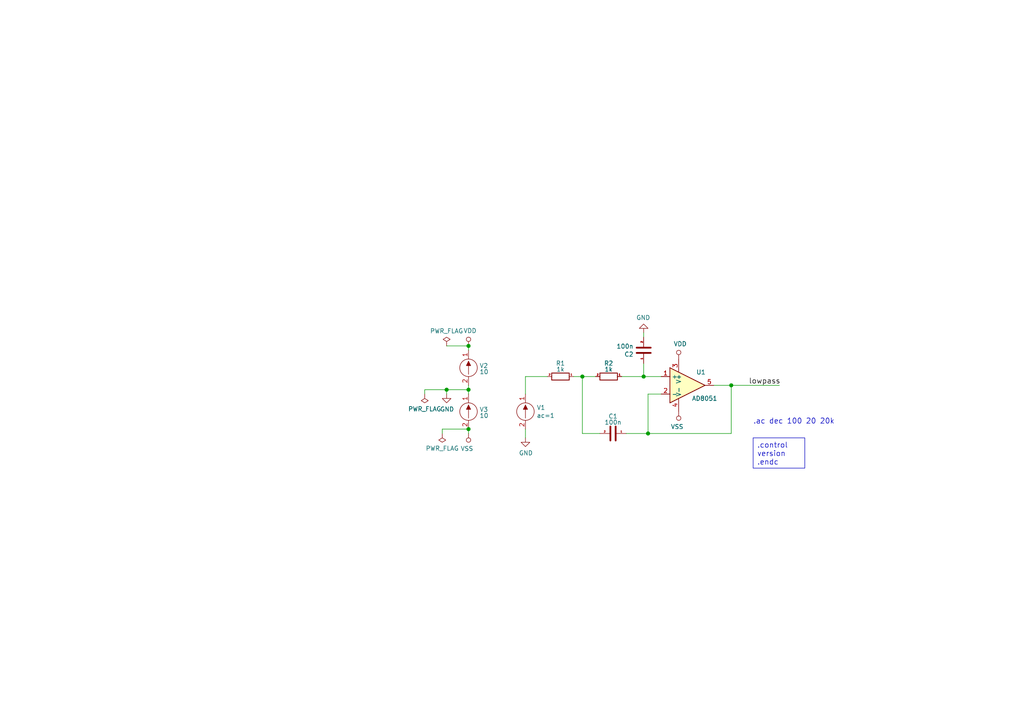
<source format=kicad_sch>
(kicad_sch (version 20231120) (generator "eeschema") (generator_version "8.0")
  (paper "A4")
  (lib_symbols
    (symbol "C_1" (pin_names (offset 0) hide)
      (property "Reference" "C" (at 0.635 2.54 0))
      (property "Value" "C_1" (at 0.635 -2.54 0))
      (symbol "C_1_0_1"
        (polyline (pts (xy -2.032 -0.762) (xy 2.032 -0.762)) (stroke (width 0.508)))
        (polyline (pts (xy -2.032 0.762) (xy 2.032 0.762)) (stroke (width 0.508)))
      )
      (symbol "C_1_1_1"
        (pin passive line (at 0 3.81 270) (length 2.794) (name "1") (number "1"))
        (pin passive line (at 0 -3.81 90) (length 2.794) (name "2") (number "2"))
      )
    )
    (symbol "R_1" (pin_names (offset 0) hide)
      (property "Reference" "R" (at 2.032 0 90))
      (property "Value" "R_1" (at 0 0 90))
      (symbol "R_1_0_1"
        (rectangle (start -1.016 -2.54) (end 1.016 2.54) (stroke (width 0.254)))
      )
      (symbol "R_1_1_1"
        (pin passive line (at 0 3.81 270) (length 1.27) (name "1") (number "1"))
        (pin passive line (at 0 -3.81 90) (length 1.27) (name "2") (number "2"))
      )
    )
    (symbol "power:PWR_FLAG" (power) (pin_numbers hide) (pin_names (offset 0) hide)
      (property "Value" "PWR_FLAG" (at 0 3.81 0))
      (symbol "PWR_FLAG_0_0"
        (pin power_out line (at 0 0 90) (length 0) (name "pwr") (number "1"))
      )
      (symbol "PWR_FLAG_0_1"
        (polyline (pts (xy 0 0) (xy 0 1.27) (xy -1.016 1.905) (xy 0 2.54) (xy 1.016 1.905) (xy 0 1.27)))
      )
    )
    (symbol "sallen_key_schlib:C" (pin_names (offset 0) hide)
      (property "Reference" "C" (at 0.635 2.54 0))
      (property "Value" "C" (at 0.635 -2.54 0))
      (symbol "C_0_1"
        (polyline (pts (xy -2.032 -0.762) (xy 2.032 -0.762)) (stroke (width 0.508)))
        (polyline (pts (xy -2.032 0.762) (xy 2.032 0.762)) (stroke (width 0.508)))
      )
      (symbol "C_1_1"
        (pin passive line (at 0 3.81 270) (length 2.794) (name "1") (number "1"))
        (pin passive line (at 0 -3.81 90) (length 2.794) (name "2") (number "2"))
      )
    )
    (symbol "sallen_key_schlib:GND" (power) (pin_names (offset 0))
      (property "Value" "GND" (at 0 -3.81 0))
      (symbol "GND_0_1"
        (polyline (pts (xy 0 0) (xy 0 -1.27) (xy 1.27 -1.27) (xy 0 -2.54) (xy -1.27 -1.27) (xy 0 -1.27)))
      )
      (symbol "GND_1_1"
        (pin power_in line (at 0 0 270) (length 0) hide (name "GND") (number "1"))
      )
    )
    (symbol "sallen_key_schlib:Generic_Opamp"
      (property "Reference" "U" (at 0 6.35 0))
      (property "Value" "Generic_Opamp" (at 0 3.81 0))
      (symbol "Generic_Opamp_0_1"
        (polyline (pts (xy -5.08 5.08) (xy 5.08 0) (xy -5.08 -5.08) (xy -5.08 5.08)) (stroke (width 0.254)) (fill (type background)))
      )
      (symbol "Generic_Opamp_1_1"
        (pin input line (at -7.62 2.54 0) (length 2.54) (name "+") (number "1"))
        (pin input line (at -7.62 -2.54 0) (length 2.54) (name "-") (number "2"))
        (pin power_in line (at -2.54 7.62 270) (length 3.81) (name "V+") (number "3"))
        (pin power_in line (at -2.54 -7.62 90) (length 3.81) (name "V-") (number "4"))
        (pin output line (at 7.62 0 180) (length 2.54) (name "~") (number "5"))
      )
    )
    (symbol "sallen_key_schlib:R" (pin_names (offset 0) hide)
      (property "Reference" "R" (at 2.032 0 90))
      (property "Value" "R" (at 0 0 90))
      (symbol "R_0_1"
        (rectangle (start -1.016 -2.54) (end 1.016 2.54) (stroke (width 0.254)))
      )
      (symbol "R_1_1"
        (pin passive line (at 0 3.81 270) (length 1.27) (name "1") (number "1"))
        (pin passive line (at 0 -3.81 90) (length 1.27) (name "2") (number "2"))
      )
    )
    (symbol "sallen_key_schlib:VDD" (power) (pin_names (offset 0))
      (property "Value" "VDD" (at 0 3.81 0))
      (symbol "VDD_0_1"
        (polyline (pts (xy 0 0) (xy 0 1.27)))
        (circle (center 0 1.905) (radius 0.635))
      )
      (symbol "VDD_1_1"
        (pin power_in line (at 0 0 90) (length 0) hide (name "VDD") (number "1"))
      )
    )
    (symbol "sallen_key_schlib:VSOURCE" (pin_names (offset 1.016))
      (property "Reference" "V" (at 5.08 5.08 0))
      (symbol "VSOURCE_0_1"
        (polyline (pts (xy 0 -1.905) (xy 0 1.905)))
        (polyline (pts (xy 0 1.905) (xy -0.635 0.635) (xy 0.635 0.635) (xy 0 1.905)) (fill (type outline)))
        (circle (center 0 0) (radius 2.54))
      )
      (symbol "VSOURCE_1_1"
        (pin input line (at 0 5.08 270) (length 2.54) (name "~") (number "1"))
        (pin input line (at 0 -5.08 90) (length 2.54) (name "~") (number "2"))
      )
    )
    (symbol "sallen_key_schlib:VSS" (power) (pin_names (offset 0))
      (property "Value" "VSS" (at 0 3.81 0))
      (symbol "VSS_0_1"
        (polyline (pts (xy 0 0) (xy 0 1.27)))
        (circle (center 0 1.905) (radius 0.635))
      )
      (symbol "VSS_1_1"
        (pin power_in line (at 0 0 90) (length 0) hide (name "VSS") (number "1"))
      )
    )
  )
  (junction (at 129.54 113.03) (diameter 1.016))
  (junction (at 135.89 100.33) (diameter 1.016))
  (junction (at 135.89 124.46) (diameter 1.016))
  (junction (at 168.91 109.22) (diameter 1.016))
  (junction (at 212.09 111.76) (diameter 1.016))
  (junction (at 135.89 113.03) (diameter 1.016))
  (junction (at 187.96 125.73) (diameter 1.016))
  (junction (at 186.69 109.22) (diameter 1.016))
  (wire (pts (xy 212.09 125.73) (xy 187.96 125.73)))
  (wire (pts (xy 168.91 109.22) (xy 172.72 109.22)))
  (wire (pts (xy 187.96 114.3) (xy 191.77 114.3)))
  (wire (pts (xy 129.54 113.03) (xy 135.89 113.03)))
  (wire (pts (xy 128.27 124.46) (xy 128.27 125.73)))
  (wire (pts (xy 186.69 109.22) (xy 191.77 109.22)))
  (wire (pts (xy 187.96 125.73) (xy 181.61 125.73)))
  (wire (pts (xy 180.34 109.22) (xy 186.69 109.22)))
  (wire (pts (xy 152.4 124.46) (xy 152.4 127)))
  (wire (pts (xy 135.89 124.46) (xy 128.27 124.46)))
  (wire (pts (xy 168.91 125.73) (xy 168.91 109.22)))
  (wire (pts (xy 212.09 125.73) (xy 212.09 111.76)))
  (wire (pts (xy 187.96 125.73) (xy 187.96 114.3)))
  (wire (pts (xy 212.09 111.76) (xy 226.06 111.76)))
  (wire (pts (xy 173.99 125.73) (xy 168.91 125.73)))
  (wire (pts (xy 166.37 109.22) (xy 168.91 109.22)))
  (wire (pts (xy 135.89 111.76) (xy 135.89 113.03)))
  (wire (pts (xy 129.54 113.03) (xy 129.54 114.3)))
  (wire (pts (xy 129.54 100.33) (xy 135.89 100.33)))
  (wire (pts (xy 186.69 105.41) (xy 186.69 109.22)))
  (wire (pts (xy 135.89 113.03) (xy 135.89 114.3)))
  (wire (pts (xy 123.19 113.03) (xy 123.19 114.3)))
  (wire (pts (xy 135.89 125.73) (xy 135.89 124.46)))
  (wire (pts (xy 123.19 113.03) (xy 129.54 113.03)))
  (wire (pts (xy 135.89 100.33) (xy 135.89 101.6)))
  (wire (pts (xy 186.69 96.52) (xy 186.69 97.79)))
  (wire (pts (xy 207.01 111.76) (xy 212.09 111.76)))
  (wire (pts (xy 158.75 109.22) (xy 152.4 109.22)))
  (wire (pts (xy 152.4 109.22) (xy 152.4 114.3)))
  (text_box ".control\nversion\n.endc" (at 218.44 127 0) (size 14.986 8.7796) (effects (font (size 1.524 1.524)) (justify left top)))
  (text ".ac dec 100 20 20k\n" (at 218.44 123.19 0) (effects (font (size 1.524 1.524)) (justify left bottom)))
  (label "lowpass" (at 217.17 111.76 0) (effects (font (size 1.524 1.524))))
  (symbol (lib_id "sallen_key_schlib:VSOURCE") (at 152.4 119.38 0) (unit 1)
    (property "Reference" "V1" (at 155.6512 118.2116 0) (effects (justify left)))
    (property "Value" "${SIM.PARAMS}" (at 155.6512 120.523 0) (effects (justify left)))
    (property "Fieldname" "Value" (effects (hide yes)))
    (property "Sim.Device" "V" (effects (hide yes)))
    (property "Sim.Params" "ac=1" (effects (hide yes)))
    (property "Sim.Pins" "1=+ 2=-" (effects (hide yes)))
    (property "Sim.Type" "DC" (effects (hide yes)))
  )
  (symbol (lib_id "sallen_key_schlib:Generic_Opamp") (at 199.39 111.76 0) (unit 1)
    (property "Reference" "U1" (at 201.93 107.95 0) (effects (justify left)))
    (property "Value" "AD8051" (at 200.66 115.57 0) (effects (justify left)))
    (property "Sim.Library" "ad8051.lib" (effects (hide yes)))
    (property "Sim.Name" "AD8051" (effects (hide yes)))
    (property "Sim.Pins" "1=1 2=2 3=99 4=50 5=45" (effects (hide yes)))
  )
  (symbol (lib_id "sallen_key_schlib:VSOURCE") (at 135.89 106.68 0) (unit 1)
    (property "Reference" "V2" (at 139.065 106.0855 0) (effects (justify left)))
    (property "Value" "10" (at 139.065 107.8477 0) (effects (justify left)))
    (property "Sim.Device" "V" (effects (hide yes)))
    (property "Sim.Type" "DC" (effects (hide yes)))
    (property "Sim.Pins" "1=+ 2=-" (effects (hide yes)))
  )
  (symbol (lib_id "sallen_key_schlib:VSOURCE") (at 135.89 119.38 0) (unit 1)
    (property "Reference" "V3" (at 139.065 118.7855 0) (effects (justify left)))
    (property "Value" "10" (at 139.065 120.5477 0) (effects (justify left)))
    (property "Sim.Device" "V" (effects (hide yes)))
    (property "Sim.Type" "DC" (effects (hide yes)))
    (property "Sim.Pins" "1=+ 2=-" (effects (hide yes)))
  )
  (symbol (lib_id "sallen_key_schlib:GND") (at 129.54 114.3 0) (unit 1)
    (property "Reference" "#PWR05" (effects (hide yes)))
    (property "Value" "GND" (at 129.667 118.6942 0))
  )
  (symbol (lib_id "sallen_key_schlib:VDD") (at 135.89 100.33 0) (unit 1)
    (property "Reference" "#PWR06" (effects (hide yes)))
    (property "Value" "VDD" (at 136.3218 95.9358 0))
  )
  (symbol (lib_id "sallen_key_schlib:VSS") (at 135.89 125.73 180) (unit 1)
    (property "Reference" "#PWR07" (effects (hide yes)))
    (property "Value" "VSS" (at 135.4328 130.1242 0))
  )
  (symbol (lib_id "sallen_key_schlib:VDD") (at 196.85 104.14 0) (unit 1)
    (property "Reference" "#PWR03" (effects (hide yes)))
    (property "Value" "VDD" (at 197.2818 99.7458 0))
  )
  (symbol (lib_id "sallen_key_schlib:VSS") (at 196.85 119.38 180) (unit 1)
    (property "Reference" "#PWR04" (effects (hide yes)))
    (property "Value" "VSS" (at 196.3928 123.7742 0))
  )
  (symbol (lib_id "sallen_key_schlib:R") (at 176.53 109.22 270) (unit 1)
    (property "Reference" "R2" (at 176.53 105.3719 90))
    (property "Value" "1k" (at 176.53 107.1341 90))
    (property "Fieldname" "Value" (effects (hide yes)))
    (property "Sim.Pins" "1=1 2=2" (effects (hide yes)))
  )
  (symbol (lib_name "R_1") (lib_id "sallen_key_schlib:R") (at 162.56 109.22 270) (unit 1)
    (property "Reference" "R1" (at 162.56 105.3719 90))
    (property "Value" "1k" (at 162.56 107.1341 90))
    (property "Fieldname" "Value" (effects (hide yes)))
    (property "Sim.Pins" "1=1 2=2" (effects (hide yes)))
  )
  (symbol (lib_name "C_1") (lib_id "sallen_key_schlib:C") (at 177.8 125.73 270) (unit 1)
    (property "Reference" "C1" (at 177.8 120.7389 90))
    (property "Value" "100n" (at 177.8 122.5011 90))
  )
  (symbol (lib_id "sallen_key_schlib:C") (at 186.69 101.6 180) (unit 1)
    (property "Reference" "C2" (at 183.769 102.7684 0) (effects (justify left)))
    (property "Value" "100n" (at 183.769 100.457 0) (effects (justify left)))
    (property "Fieldname" "Value" (effects (hide yes)))
    (property "Sim.Pins" "1=1 2=2" (effects (hide yes)))
  )
  (symbol (lib_id "sallen_key_schlib:GND") (at 186.69 96.52 180) (unit 1)
    (property "Reference" "#PWR02" (effects (hide yes)))
    (property "Value" "GND" (at 186.563 92.1258 0))
  )
  (symbol (lib_id "sallen_key_schlib:GND") (at 152.4 127 0) (unit 1)
    (property "Reference" "#PWR0101" (effects (hide yes)))
    (property "Value" "GND" (at 152.527 131.3942 0))
  )
  (symbol (lib_id "power:PWR_FLAG") (at 128.27 125.73 180) (unit 1)
    (property "Reference" "#FLG0101" (effects (hide yes)))
    (property "Value" "PWR_FLAG" (at 128.27 130.0544 0))
  )
  (symbol (lib_id "power:PWR_FLAG") (at 129.54 100.33 0) (unit 1)
    (property "Reference" "#FLG0103" (effects (hide yes)))
    (property "Value" "PWR_FLAG" (at 129.54 96.0056 0))
  )
  (symbol (lib_id "power:PWR_FLAG") (at 123.19 114.3 180) (unit 1)
    (property "Reference" "#FLG0102" (effects (hide yes)))
    (property "Value" "PWR_FLAG" (at 123.19 118.6244 0))
  )
)
</source>
